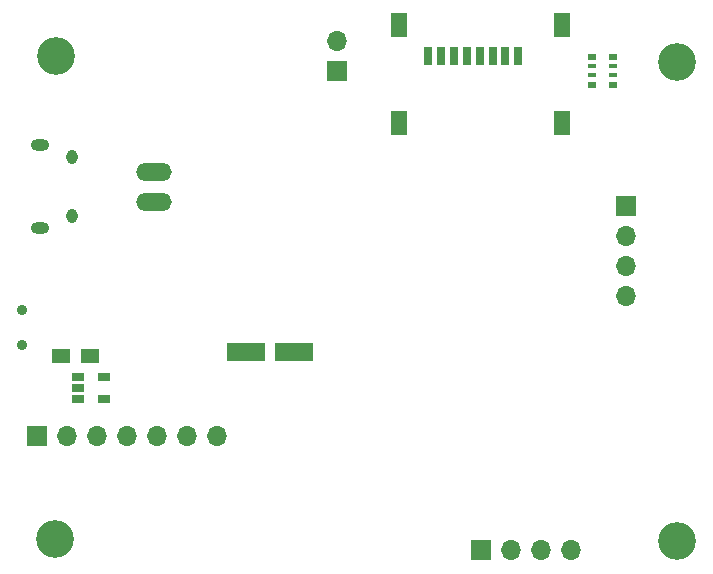
<source format=gbr>
G04 #@! TF.GenerationSoftware,KiCad,Pcbnew,5.0.0-1.fc29*
G04 #@! TF.CreationDate,2018-08-25T23:53:58+05:30*
G04 #@! TF.ProjectId,medlo,6D65646C6F2E6B696361645F70636200,rev?*
G04 #@! TF.SameCoordinates,Original*
G04 #@! TF.FileFunction,Soldermask,Bot*
G04 #@! TF.FilePolarity,Negative*
%FSLAX46Y46*%
G04 Gerber Fmt 4.6, Leading zero omitted, Abs format (unit mm)*
G04 Created by KiCad (PCBNEW 5.0.0-1.fc29) date Sat Aug 25 23:53:58 2018*
%MOMM*%
%LPD*%
G01*
G04 APERTURE LIST*
%ADD10O,3.010000X1.510000*%
%ADD11O,0.950000X1.250000*%
%ADD12O,1.550000X1.000000*%
%ADD13R,1.700000X1.700000*%
%ADD14O,1.700000X1.700000*%
%ADD15R,1.450000X2.000000*%
%ADD16R,0.800000X1.500000*%
%ADD17C,3.200000*%
%ADD18R,0.800000X0.500000*%
%ADD19R,0.800000X0.400000*%
%ADD20C,0.900000*%
%ADD21R,1.500000X1.250000*%
%ADD22R,1.060000X0.650000*%
%ADD23R,3.200000X1.500000*%
G04 APERTURE END LIST*
D10*
G04 #@! TO.C,BT1*
X72834500Y-86677500D03*
X72834500Y-89217500D03*
G04 #@! TD*
D11*
G04 #@! TO.C,J1*
X65866000Y-85384000D03*
X65866000Y-90384000D03*
D12*
X63166000Y-84384000D03*
X63166000Y-91384000D03*
G04 #@! TD*
D13*
G04 #@! TO.C,J2*
X62865000Y-109029500D03*
D14*
X65405000Y-109029500D03*
X67945000Y-109029500D03*
X70485000Y-109029500D03*
X73025000Y-109029500D03*
X75565000Y-109029500D03*
X78105000Y-109029500D03*
G04 #@! TD*
D13*
G04 #@! TO.C,J3*
X88328500Y-78105000D03*
D14*
X88328500Y-75565000D03*
G04 #@! TD*
D15*
G04 #@! TO.C,J4*
X93582000Y-74202000D03*
X107332000Y-74202000D03*
X107332000Y-82502000D03*
X93582000Y-82502000D03*
D16*
X95957000Y-76802000D03*
X97057000Y-76802000D03*
X98157000Y-76802000D03*
X99257000Y-76802000D03*
X100357000Y-76802000D03*
X101457000Y-76802000D03*
X102557000Y-76802000D03*
X103657000Y-76802000D03*
G04 #@! TD*
D14*
G04 #@! TO.C,J5*
X112776000Y-97155000D03*
X112776000Y-94615000D03*
X112776000Y-92075000D03*
D13*
X112776000Y-89535000D03*
G04 #@! TD*
G04 #@! TO.C,J6*
X100457000Y-118618000D03*
D14*
X102997000Y-118618000D03*
X105537000Y-118618000D03*
X108077000Y-118618000D03*
G04 #@! TD*
D17*
G04 #@! TO.C,MK1*
X64516000Y-76835000D03*
G04 #@! TD*
G04 #@! TO.C,MK2*
X117068600Y-77317600D03*
G04 #@! TD*
G04 #@! TO.C,MK3*
X117068600Y-117932200D03*
G04 #@! TD*
G04 #@! TO.C,MK4*
X64389000Y-117729000D03*
G04 #@! TD*
D18*
G04 #@! TO.C,RN1*
X111644000Y-76879600D03*
D19*
X111644000Y-78479600D03*
X111644000Y-77679600D03*
D18*
X111644000Y-79279600D03*
D19*
X109844000Y-77679600D03*
D18*
X109844000Y-76879600D03*
D19*
X109844000Y-78479600D03*
D18*
X109844000Y-79279600D03*
G04 #@! TD*
D20*
G04 #@! TO.C,SW1*
X61646000Y-98322000D03*
X61646000Y-101322000D03*
G04 #@! TD*
D21*
G04 #@! TO.C,C10*
X64917000Y-102235000D03*
X67417000Y-102235000D03*
G04 #@! TD*
D22*
G04 #@! TO.C,U4*
X66337000Y-105915500D03*
X66337000Y-104965500D03*
X66337000Y-104015500D03*
X68537000Y-104015500D03*
X68537000Y-105915500D03*
G04 #@! TD*
D23*
G04 #@! TO.C,C11*
X84613500Y-101917500D03*
X80613500Y-101917500D03*
G04 #@! TD*
M02*

</source>
